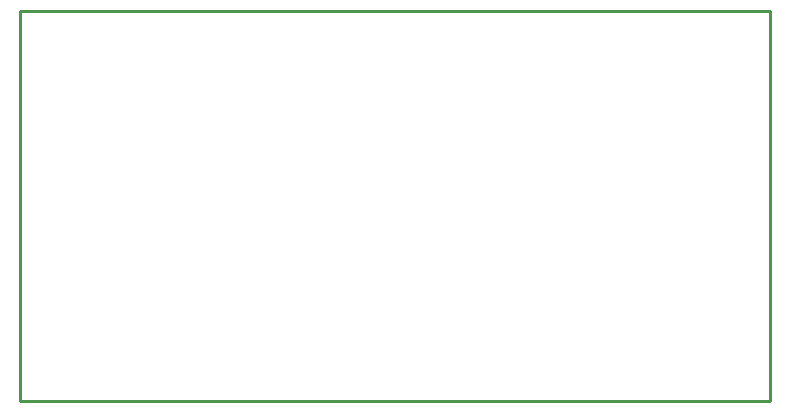
<source format=gbr>
G04 EAGLE Gerber RS-274X export*
G75*
%MOMM*%
%FSLAX34Y34*%
%LPD*%
%IN*%
%IPPOS*%
%AMOC8*
5,1,8,0,0,1.08239X$1,22.5*%
G01*
%ADD10C,0.254000*%


D10*
X0Y-25400D02*
X635000Y-25400D01*
X635000Y304800D01*
X0Y304800D01*
X0Y-25400D01*
M02*

</source>
